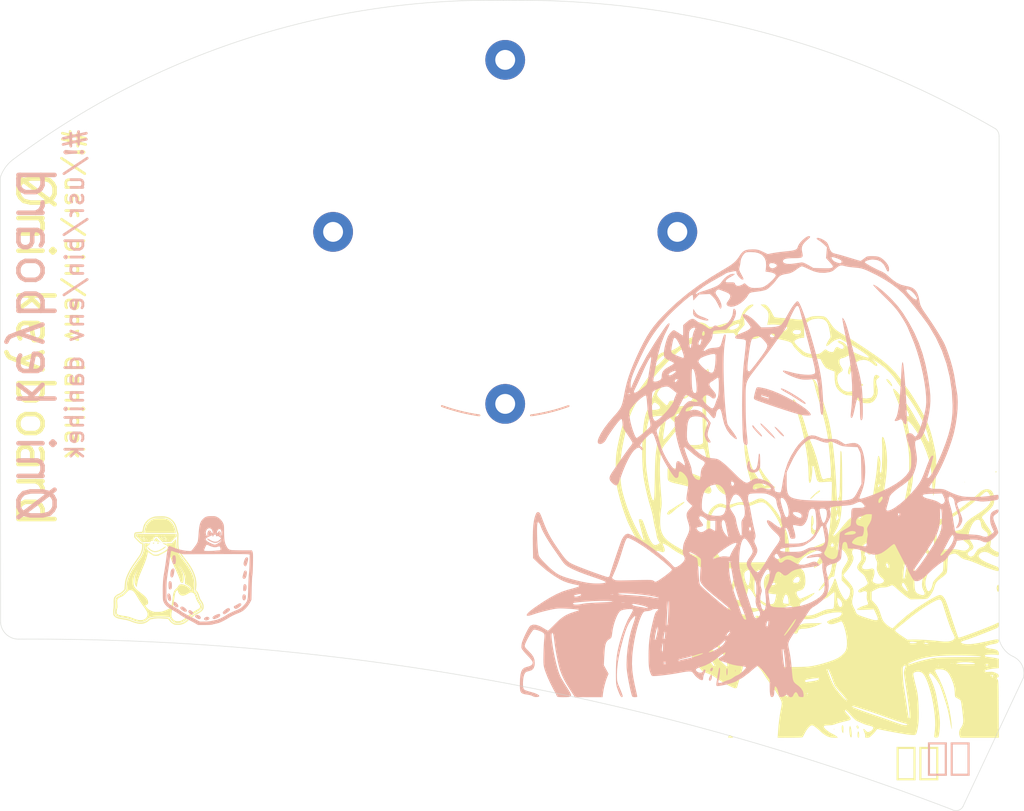
<source format=kicad_pcb>
(kicad_pcb (version 20240108) (generator "pcbnew") (generator_version "8.0")
  (layers (0 "F.Cu" signal) (31 "B.Cu" signal) (34 "B.Paste" user) (35 "F.Paste" user) (36 "B.SilkS" user "B.Silkscreen") (37 "F.SilkS" user "F.Silkscreen") (38 "B.Mask" user) (39 "F.Mask" user) (44 "Edge.Cuts" user))
  (net 0 "")
  (footprint "kbd:Tenting_Puck2" (layer "F.Cu") (at 111.389948 65.503296)
    (property "Reference" "REF**")
    (property "Value" "Tenting Puck")
    (pad "1" thru_hole circle (at -19.05 0) (size 4.4 4.4) (drill 2.2) (layers "*.Cu" "*.Mask"))
    (pad "1" thru_hole circle (at 0 -19.05) (size 4.4 4.4) (drill 2.2) (layers "*.Cu" "*.Mask"))
    (pad "1" thru_hole circle (at 0 19.05) (size 4.4 4.4) (drill 2.2) (layers "*.Cu" "*.Mask"))
    (pad "1" thru_hole circle (at 19.05 0) (size 4.4 4.4) (drill 2.2) (layers "*.Cu" "*.Mask"))
  )
  (footprint "LOGO" (layer "F.Cu") (at 73 103)
    (property "Reference" " " (at 0 0 0) (layer "F.SilkS") (effects (font (size 1.5 1.5) (thickness 0.3))))
    (property "Value" "LOGO" (hide yes))
  )
  (footprint "LOGO" (layer "F.Cu") (at 141 96.5)
    (property "Reference" " " (at 0 0 0) (layer "F.SilkS") (effects (font (size 1.5 1.5) (thickness 0.3))))
    (property "Value" "LOGO" (hide yes))
  )
  (footprint "LOGO" (layer "B.Cu") (at 78.5 103 180)
    (property "Reference" " " (at 0 0 0) (layer "B.SilkS") (effects (font (size 1.5 1.5) (thickness 0.3)) (justify mirror)))
    (property "Value" "LOGO" (hide yes))
  )
  (footprint "LOGO" (layer "B.Cu") (at 135.930256 86.975718 180)
    (property "Reference" " " (at 0 0 0) (layer "B.SilkS") (effects (font (size 1.5 1.5) (thickness 0.3)) (justify mirror)))
    (property "Value" "LOGO" (hide yes))
  )
  (gr_arc (start 165.689947 54.103296) (mid 165.959862 54.46514) (end 166.051948 54.907069) (stroke (width 0.05)) (layer "Edge.Cuts"))
  (gr_line (start 55.5 59.5) (end 55.540199 108.768319) (stroke (width 0.05)) (layer "Edge.Cuts"))
  (gr_arc (start 167.592962 112.525457) (mid 168.591481 113.493206) (end 168.742962 114.875456) (stroke (width 0.05)) (layer "Edge.Cuts"))
  (gr_arc (start 167.592962 112.525457) (mid 166.606347 111.737626) (end 166.051947 110.603295) (stroke (width 0.05)) (layer "Edge.Cuts"))
  (gr_arc (start 57.577947 110.604418) (mid 110.092002 115.228951) (end 160.845739 129.482737) (stroke (width 0.05)) (layer "Edge.Cuts"))
  (gr_line (start 168.742962 114.875456) (end 162.052566 129.14853) (stroke (width 0.05)) (layer "Edge.Cuts"))
  (gr_arc (start 56.926942 57.486296) (mid 82.591504 44.157326) (end 111.189949 39.860804) (stroke (width 0.05)) (layer "Edge.Cuts"))
  (gr_line (start 166.051948 54.907069) (end 166.051947 110.603295) (stroke (width 0.05)) (layer "Edge.Cuts"))
  (gr_arc (start 55.5 59.5) (mid 56.056868 58.382176) (end 56.926942 57.486296) (stroke (width 0.05)) (layer "Edge.Cuts"))
  (gr_arc (start 57.577947 110.604418) (mid 56.19051 110.095416) (end 55.540199 108.768319) (stroke (width 0.05)) (layer "Edge.Cuts"))
  (gr_arc (start 162.052566 129.14853) (mid 161.519425 129.569329) (end 160.845739 129.482737) (stroke (width 0.05)) (layer "Edge.Cuts"))
  (gr_arc (start 111.189949 39.860804) (mid 139.411349 43.26491) (end 165.689947 54.103296) (stroke (width 0.05)) (layer "Edge.Cuts"))
  (gr_text "#!/usr/bin/env\n" (at 64.907 54 -270) (layer "B.SilkS") (effects (font (size 2 2) (thickness 0.3) (bold yes)) (justify left bottom mirror)))
  (gr_text "danihek" (at 64.907 79 90) (layer "B.SilkS") (effects (font (size 2 2) (thickness 0.3) (bold yes)) (justify left bottom mirror)))
  (gr_text "レム " (at 163 125.5 -0) (layer "B.SilkS") (effects (font (size 3 3) (thickness 0.3) (bold yes)) (justify left bottom mirror)))
  (gr_text "Øni keyboard" (at 57 98 -90) (layer "B.SilkS") (effects (font (size 4 4) (thickness 0.5)) (justify left bottom mirror)))
  (gr_text "danihek" (at 62.5 79 -90) (layer "F.SilkS") (effects (font (size 2 2) (thickness 0.3) (bold yes)) (justify left bottom)))
  (gr_text "Øni keyboard" (at 57 58.5 270) (layer "F.SilkS") (effects (font (size 4 4) (thickness 0.5)) (justify left bottom)))
  (gr_text "#!/usr/bin/env\n" (at 62.5 54 270) (layer "F.SilkS") (effects (font (size 2 2) (thickness 0.3) (bold yes)) (justify left bottom)))
  (gr_text "ラム" (at 154.5 126 0) (layer "F.SilkS") (effects (font (size 3 3) (thickness 0.3) (bold yes)) (justify left bottom)))
)
</source>
